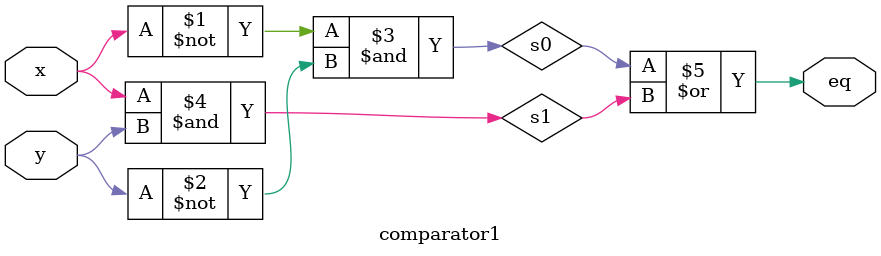
<source format=v>
module comparator1(input x, y,
	           output eq);
   wire s0, s1;

   assign s0 = ~x & ~y;
   assign s1 = x & y;
   assign eq = s0 | s1;
endmodule

</source>
